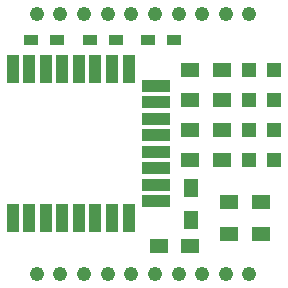
<source format=gbr>
G04 #@! TF.FileFunction,Soldermask,Top*
%FSLAX46Y46*%
G04 Gerber Fmt 4.6, Leading zero omitted, Abs format (unit mm)*
G04 Created by KiCad (PCBNEW (after 2015-may-25 BZR unknown)-product) date Thu 04 Jun 2015 12:18:02 PM PDT*
%MOMM*%
G01*
G04 APERTURE LIST*
%ADD10C,0.100000*%
%ADD11R,1.198880X1.198880*%
%ADD12C,1.224000*%
%ADD13R,1.500000X1.300000*%
%ADD14R,1.300000X1.500000*%
%ADD15R,1.200000X0.900000*%
%ADD16R,1.000000X2.450000*%
%ADD17R,2.450000X1.000000*%
G04 APERTURE END LIST*
D10*
D11*
X158589980Y-100838000D03*
X160688020Y-100838000D03*
X158589980Y-98298000D03*
X160688020Y-98298000D03*
X158589980Y-95758000D03*
X160688020Y-95758000D03*
X158589980Y-93218000D03*
X160688020Y-93218000D03*
D12*
X140609500Y-110453500D03*
X142609500Y-110453500D03*
X144609500Y-110453500D03*
X146609500Y-110453500D03*
X148609500Y-110453500D03*
X150609500Y-110453500D03*
X152609500Y-110453500D03*
X154609500Y-110453500D03*
X156609500Y-110453500D03*
X158609500Y-110453500D03*
X140609500Y-88453500D03*
X142609500Y-88453500D03*
X144609500Y-88453500D03*
X146609500Y-88453500D03*
X148609500Y-88453500D03*
X150609500Y-88453500D03*
X152609500Y-88453500D03*
X154609500Y-88453500D03*
X156609500Y-88453500D03*
X158609500Y-88453500D03*
D13*
X153623000Y-108077000D03*
X150923000Y-108077000D03*
D14*
X153670000Y-103171000D03*
X153670000Y-105871000D03*
D13*
X156290000Y-100838000D03*
X153590000Y-100838000D03*
X156290000Y-98298000D03*
X153590000Y-98298000D03*
X156290000Y-95758000D03*
X153590000Y-95758000D03*
X156290000Y-93218000D03*
X153590000Y-93218000D03*
D15*
X140124000Y-90678000D03*
X142324000Y-90678000D03*
X145077000Y-90678000D03*
X147277000Y-90678000D03*
X150030000Y-90678000D03*
X152230000Y-90678000D03*
D16*
X148376000Y-93110000D03*
D17*
X150671000Y-104305000D03*
D16*
X138576000Y-105700000D03*
X139976000Y-105700000D03*
X141376000Y-105700000D03*
X142776000Y-105700000D03*
X144176000Y-105700000D03*
X145576000Y-105700000D03*
X146976000Y-105700000D03*
X148376000Y-105700000D03*
D17*
X150671000Y-102905000D03*
X150671000Y-101505000D03*
X150671000Y-100105000D03*
X150671000Y-98705000D03*
X150671000Y-97305000D03*
X150671000Y-95905000D03*
X150671000Y-94505000D03*
D16*
X146976000Y-93110000D03*
X145576000Y-93110000D03*
X144176000Y-93110000D03*
X142776000Y-93110000D03*
X141376000Y-93110000D03*
X139976000Y-93110000D03*
X138576000Y-93110000D03*
D13*
X159592000Y-107061000D03*
X156892000Y-107061000D03*
X159592000Y-104343200D03*
X156892000Y-104343200D03*
M02*

</source>
